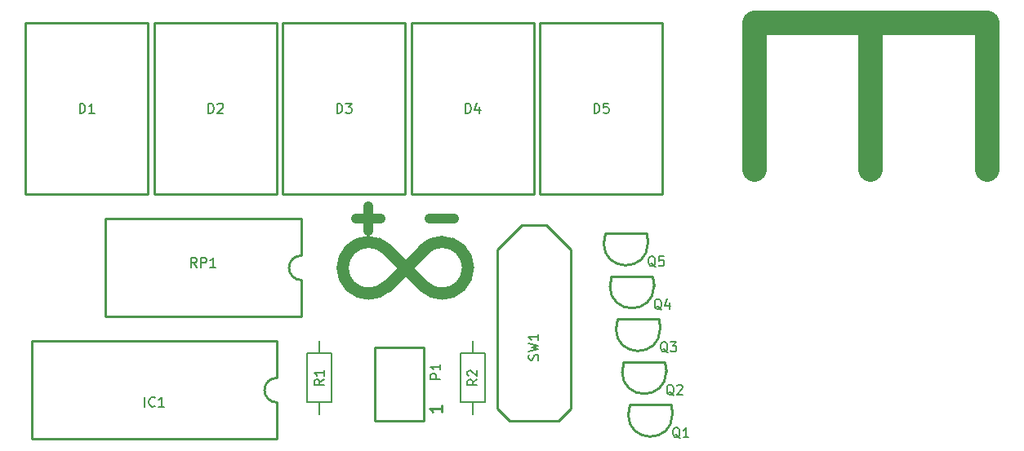
<source format=gbr>
G04 #@! TF.FileFunction,Legend,Top*
%FSLAX46Y46*%
G04 Gerber Fmt 4.6, Leading zero omitted, Abs format (unit mm)*
G04 Created by KiCad (PCBNEW 4.0.1-3.201512221402+6198~38~ubuntu15.04.1-stable) date Sat 16 Apr 2016 12:43:45 PM EDT*
%MOMM*%
G01*
G04 APERTURE LIST*
%ADD10C,0.100000*%
%ADD11C,1.016000*%
%ADD12C,1.270000*%
%ADD13C,2.540000*%
%ADD14C,0.254000*%
%ADD15C,0.150000*%
G04 APERTURE END LIST*
D10*
D11*
X163830000Y-78740000D02*
X166370000Y-78740000D01*
X157480000Y-77470000D02*
X157480000Y-80010000D01*
X156210000Y-78740000D02*
X158750000Y-78740000D01*
D12*
X163195000Y-81915000D02*
X159385000Y-85725000D01*
X159385000Y-81915000D02*
X163195000Y-85725000D01*
X167005000Y-85725000D02*
G75*
G03X167005000Y-81915000I-1905000J1905000D01*
G01*
X155575000Y-81915000D02*
G75*
G03X155575000Y-85725000I1905000J-1905000D01*
G01*
X155575000Y-85725000D02*
G75*
G03X159385000Y-85725000I1905000J1905000D01*
G01*
X159385000Y-81915000D02*
G75*
G03X155575000Y-81915000I-1905000J-1905000D01*
G01*
X163195000Y-85725000D02*
G75*
G03X167005000Y-85725000I1905000J1905000D01*
G01*
X167005000Y-81915000D02*
G75*
G03X163195000Y-81915000I-1905000J-1905000D01*
G01*
D13*
X197485000Y-58420000D02*
X197485000Y-73660000D01*
X209550000Y-58420000D02*
X209550000Y-73660000D01*
X221615000Y-58420000D02*
X221615000Y-73660000D01*
X197485000Y-58420000D02*
X221615000Y-58420000D01*
D14*
X186309000Y-80264000D02*
X186436000Y-81280000D01*
X181864000Y-81280000D02*
X181991000Y-80264000D01*
X186309000Y-80264000D02*
X181991000Y-80264000D01*
X181864000Y-81280000D02*
G75*
G03X186436000Y-81280000I2286000J0D01*
G01*
X121920000Y-58420000D02*
X134620000Y-58420000D01*
X134620000Y-58420000D02*
X134620000Y-76200000D01*
X134620000Y-76200000D02*
X121920000Y-76200000D01*
X121920000Y-76200000D02*
X121920000Y-58420000D01*
X135255000Y-58420000D02*
X147955000Y-58420000D01*
X147955000Y-58420000D02*
X147955000Y-76200000D01*
X147955000Y-76200000D02*
X135255000Y-76200000D01*
X135255000Y-76200000D02*
X135255000Y-58420000D01*
X148590000Y-58420000D02*
X161290000Y-58420000D01*
X161290000Y-58420000D02*
X161290000Y-76200000D01*
X161290000Y-76200000D02*
X148590000Y-76200000D01*
X148590000Y-76200000D02*
X148590000Y-58420000D01*
X161925000Y-58420000D02*
X174625000Y-58420000D01*
X174625000Y-58420000D02*
X174625000Y-76200000D01*
X174625000Y-76200000D02*
X161925000Y-76200000D01*
X161925000Y-76200000D02*
X161925000Y-58420000D01*
X175260000Y-58420000D02*
X187960000Y-58420000D01*
X187960000Y-58420000D02*
X187960000Y-76200000D01*
X187960000Y-76200000D02*
X175260000Y-76200000D01*
X175260000Y-76200000D02*
X175260000Y-58420000D01*
X147955000Y-97790000D02*
X147955000Y-101600000D01*
X147955000Y-101600000D02*
X122555000Y-101600000D01*
X122555000Y-101600000D02*
X122555000Y-91440000D01*
X122555000Y-91440000D02*
X147955000Y-91440000D01*
X147955000Y-91440000D02*
X147955000Y-95250000D01*
X146685000Y-96520000D02*
G75*
G03X147955000Y-97790000I1270000J0D01*
G01*
X147955000Y-95250000D02*
G75*
G03X146685000Y-96520000I0J-1270000D01*
G01*
X158115000Y-99695000D02*
X163195000Y-99695000D01*
X163195000Y-99695000D02*
X163195000Y-92075000D01*
X163195000Y-92075000D02*
X158115000Y-92075000D01*
X158115000Y-92075000D02*
X158115000Y-99695000D01*
X188849000Y-98044000D02*
X188976000Y-99060000D01*
X184404000Y-99060000D02*
X184531000Y-98044000D01*
X188849000Y-98044000D02*
X184531000Y-98044000D01*
X184404000Y-99060000D02*
G75*
G03X188976000Y-99060000I2286000J0D01*
G01*
X188214000Y-93599000D02*
X188341000Y-94615000D01*
X183769000Y-94615000D02*
X183896000Y-93599000D01*
X188214000Y-93599000D02*
X183896000Y-93599000D01*
X183769000Y-94615000D02*
G75*
G03X188341000Y-94615000I2286000J0D01*
G01*
X187579000Y-89154000D02*
X187706000Y-90170000D01*
X183134000Y-90170000D02*
X183261000Y-89154000D01*
X187579000Y-89154000D02*
X183261000Y-89154000D01*
X183134000Y-90170000D02*
G75*
G03X187706000Y-90170000I2286000J0D01*
G01*
X186944000Y-84709000D02*
X187071000Y-85725000D01*
X182499000Y-85725000D02*
X182626000Y-84709000D01*
X186944000Y-84709000D02*
X182626000Y-84709000D01*
X182499000Y-85725000D02*
G75*
G03X187071000Y-85725000I2286000J0D01*
G01*
X150495000Y-85090000D02*
X150495000Y-88900000D01*
X150495000Y-88900000D02*
X130175000Y-88900000D01*
X130175000Y-88900000D02*
X130175000Y-78740000D01*
X130175000Y-78740000D02*
X150495000Y-78740000D01*
X150495000Y-78740000D02*
X150495000Y-82550000D01*
X150495000Y-82550000D02*
G75*
G03X149225000Y-83820000I0J-1270000D01*
G01*
X149225000Y-83820000D02*
G75*
G03X150495000Y-85090000I1270000J0D01*
G01*
X178435000Y-98425000D02*
X177165000Y-99695000D01*
X177165000Y-99695000D02*
X172085000Y-99695000D01*
X172085000Y-99695000D02*
X170815000Y-98425000D01*
X178435000Y-81915000D02*
X178435000Y-98425000D01*
X178435000Y-81915000D02*
X175895000Y-79375000D01*
X175895000Y-79375000D02*
X173355000Y-79375000D01*
X173355000Y-79375000D02*
X170815000Y-81915000D01*
X170815000Y-81915000D02*
X170815000Y-98425000D01*
D15*
X151130000Y-97790000D02*
X151130000Y-92710000D01*
X151130000Y-92710000D02*
X153670000Y-92710000D01*
X153670000Y-92710000D02*
X153670000Y-97790000D01*
X153670000Y-97790000D02*
X151130000Y-97790000D01*
X152400000Y-97790000D02*
X152400000Y-99060000D01*
X152400000Y-92710000D02*
X152400000Y-91440000D01*
X167005000Y-97790000D02*
X167005000Y-92710000D01*
X167005000Y-92710000D02*
X169545000Y-92710000D01*
X169545000Y-92710000D02*
X169545000Y-97790000D01*
X169545000Y-97790000D02*
X167005000Y-97790000D01*
X168275000Y-97790000D02*
X168275000Y-99060000D01*
X168275000Y-92710000D02*
X168275000Y-91440000D01*
X187229762Y-83732619D02*
X187134524Y-83685000D01*
X187039286Y-83589762D01*
X186896429Y-83446905D01*
X186801190Y-83399286D01*
X186705952Y-83399286D01*
X186753571Y-83637381D02*
X186658333Y-83589762D01*
X186563095Y-83494524D01*
X186515476Y-83304048D01*
X186515476Y-82970714D01*
X186563095Y-82780238D01*
X186658333Y-82685000D01*
X186753571Y-82637381D01*
X186944048Y-82637381D01*
X187039286Y-82685000D01*
X187134524Y-82780238D01*
X187182143Y-82970714D01*
X187182143Y-83304048D01*
X187134524Y-83494524D01*
X187039286Y-83589762D01*
X186944048Y-83637381D01*
X186753571Y-83637381D01*
X188086905Y-82637381D02*
X187610714Y-82637381D01*
X187563095Y-83113571D01*
X187610714Y-83065952D01*
X187705952Y-83018333D01*
X187944048Y-83018333D01*
X188039286Y-83065952D01*
X188086905Y-83113571D01*
X188134524Y-83208810D01*
X188134524Y-83446905D01*
X188086905Y-83542143D01*
X188039286Y-83589762D01*
X187944048Y-83637381D01*
X187705952Y-83637381D01*
X187610714Y-83589762D01*
X187563095Y-83542143D01*
X127531905Y-67762381D02*
X127531905Y-66762381D01*
X127770000Y-66762381D01*
X127912858Y-66810000D01*
X128008096Y-66905238D01*
X128055715Y-67000476D01*
X128103334Y-67190952D01*
X128103334Y-67333810D01*
X128055715Y-67524286D01*
X128008096Y-67619524D01*
X127912858Y-67714762D01*
X127770000Y-67762381D01*
X127531905Y-67762381D01*
X129055715Y-67762381D02*
X128484286Y-67762381D01*
X128770000Y-67762381D02*
X128770000Y-66762381D01*
X128674762Y-66905238D01*
X128579524Y-67000476D01*
X128484286Y-67048095D01*
X140866905Y-67762381D02*
X140866905Y-66762381D01*
X141105000Y-66762381D01*
X141247858Y-66810000D01*
X141343096Y-66905238D01*
X141390715Y-67000476D01*
X141438334Y-67190952D01*
X141438334Y-67333810D01*
X141390715Y-67524286D01*
X141343096Y-67619524D01*
X141247858Y-67714762D01*
X141105000Y-67762381D01*
X140866905Y-67762381D01*
X141819286Y-66857619D02*
X141866905Y-66810000D01*
X141962143Y-66762381D01*
X142200239Y-66762381D01*
X142295477Y-66810000D01*
X142343096Y-66857619D01*
X142390715Y-66952857D01*
X142390715Y-67048095D01*
X142343096Y-67190952D01*
X141771667Y-67762381D01*
X142390715Y-67762381D01*
X154201905Y-67762381D02*
X154201905Y-66762381D01*
X154440000Y-66762381D01*
X154582858Y-66810000D01*
X154678096Y-66905238D01*
X154725715Y-67000476D01*
X154773334Y-67190952D01*
X154773334Y-67333810D01*
X154725715Y-67524286D01*
X154678096Y-67619524D01*
X154582858Y-67714762D01*
X154440000Y-67762381D01*
X154201905Y-67762381D01*
X155106667Y-66762381D02*
X155725715Y-66762381D01*
X155392381Y-67143333D01*
X155535239Y-67143333D01*
X155630477Y-67190952D01*
X155678096Y-67238571D01*
X155725715Y-67333810D01*
X155725715Y-67571905D01*
X155678096Y-67667143D01*
X155630477Y-67714762D01*
X155535239Y-67762381D01*
X155249524Y-67762381D01*
X155154286Y-67714762D01*
X155106667Y-67667143D01*
X167536905Y-67762381D02*
X167536905Y-66762381D01*
X167775000Y-66762381D01*
X167917858Y-66810000D01*
X168013096Y-66905238D01*
X168060715Y-67000476D01*
X168108334Y-67190952D01*
X168108334Y-67333810D01*
X168060715Y-67524286D01*
X168013096Y-67619524D01*
X167917858Y-67714762D01*
X167775000Y-67762381D01*
X167536905Y-67762381D01*
X168965477Y-67095714D02*
X168965477Y-67762381D01*
X168727381Y-66714762D02*
X168489286Y-67429048D01*
X169108334Y-67429048D01*
X180871905Y-67762381D02*
X180871905Y-66762381D01*
X181110000Y-66762381D01*
X181252858Y-66810000D01*
X181348096Y-66905238D01*
X181395715Y-67000476D01*
X181443334Y-67190952D01*
X181443334Y-67333810D01*
X181395715Y-67524286D01*
X181348096Y-67619524D01*
X181252858Y-67714762D01*
X181110000Y-67762381D01*
X180871905Y-67762381D01*
X182348096Y-66762381D02*
X181871905Y-66762381D01*
X181824286Y-67238571D01*
X181871905Y-67190952D01*
X181967143Y-67143333D01*
X182205239Y-67143333D01*
X182300477Y-67190952D01*
X182348096Y-67238571D01*
X182395715Y-67333810D01*
X182395715Y-67571905D01*
X182348096Y-67667143D01*
X182300477Y-67714762D01*
X182205239Y-67762381D01*
X181967143Y-67762381D01*
X181871905Y-67714762D01*
X181824286Y-67667143D01*
X134278810Y-98242381D02*
X134278810Y-97242381D01*
X135326429Y-98147143D02*
X135278810Y-98194762D01*
X135135953Y-98242381D01*
X135040715Y-98242381D01*
X134897857Y-98194762D01*
X134802619Y-98099524D01*
X134755000Y-98004286D01*
X134707381Y-97813810D01*
X134707381Y-97670952D01*
X134755000Y-97480476D01*
X134802619Y-97385238D01*
X134897857Y-97290000D01*
X135040715Y-97242381D01*
X135135953Y-97242381D01*
X135278810Y-97290000D01*
X135326429Y-97337619D01*
X136278810Y-98242381D02*
X135707381Y-98242381D01*
X135993095Y-98242381D02*
X135993095Y-97242381D01*
X135897857Y-97385238D01*
X135802619Y-97480476D01*
X135707381Y-97528095D01*
X164917381Y-95353095D02*
X163917381Y-95353095D01*
X163917381Y-94972142D01*
X163965000Y-94876904D01*
X164012619Y-94829285D01*
X164107857Y-94781666D01*
X164250714Y-94781666D01*
X164345952Y-94829285D01*
X164393571Y-94876904D01*
X164441190Y-94972142D01*
X164441190Y-95353095D01*
X164917381Y-93829285D02*
X164917381Y-94400714D01*
X164917381Y-94115000D02*
X163917381Y-94115000D01*
X164060238Y-94210238D01*
X164155476Y-94305476D01*
X164203095Y-94400714D01*
D14*
X165039524Y-98062143D02*
X165039524Y-98787857D01*
X165039524Y-98425000D02*
X163769524Y-98425000D01*
X163950952Y-98545952D01*
X164071905Y-98666905D01*
X164132381Y-98787857D01*
D15*
X189769762Y-101512619D02*
X189674524Y-101465000D01*
X189579286Y-101369762D01*
X189436429Y-101226905D01*
X189341190Y-101179286D01*
X189245952Y-101179286D01*
X189293571Y-101417381D02*
X189198333Y-101369762D01*
X189103095Y-101274524D01*
X189055476Y-101084048D01*
X189055476Y-100750714D01*
X189103095Y-100560238D01*
X189198333Y-100465000D01*
X189293571Y-100417381D01*
X189484048Y-100417381D01*
X189579286Y-100465000D01*
X189674524Y-100560238D01*
X189722143Y-100750714D01*
X189722143Y-101084048D01*
X189674524Y-101274524D01*
X189579286Y-101369762D01*
X189484048Y-101417381D01*
X189293571Y-101417381D01*
X190674524Y-101417381D02*
X190103095Y-101417381D01*
X190388809Y-101417381D02*
X190388809Y-100417381D01*
X190293571Y-100560238D01*
X190198333Y-100655476D01*
X190103095Y-100703095D01*
X189134762Y-97067619D02*
X189039524Y-97020000D01*
X188944286Y-96924762D01*
X188801429Y-96781905D01*
X188706190Y-96734286D01*
X188610952Y-96734286D01*
X188658571Y-96972381D02*
X188563333Y-96924762D01*
X188468095Y-96829524D01*
X188420476Y-96639048D01*
X188420476Y-96305714D01*
X188468095Y-96115238D01*
X188563333Y-96020000D01*
X188658571Y-95972381D01*
X188849048Y-95972381D01*
X188944286Y-96020000D01*
X189039524Y-96115238D01*
X189087143Y-96305714D01*
X189087143Y-96639048D01*
X189039524Y-96829524D01*
X188944286Y-96924762D01*
X188849048Y-96972381D01*
X188658571Y-96972381D01*
X189468095Y-96067619D02*
X189515714Y-96020000D01*
X189610952Y-95972381D01*
X189849048Y-95972381D01*
X189944286Y-96020000D01*
X189991905Y-96067619D01*
X190039524Y-96162857D01*
X190039524Y-96258095D01*
X189991905Y-96400952D01*
X189420476Y-96972381D01*
X190039524Y-96972381D01*
X188499762Y-92622619D02*
X188404524Y-92575000D01*
X188309286Y-92479762D01*
X188166429Y-92336905D01*
X188071190Y-92289286D01*
X187975952Y-92289286D01*
X188023571Y-92527381D02*
X187928333Y-92479762D01*
X187833095Y-92384524D01*
X187785476Y-92194048D01*
X187785476Y-91860714D01*
X187833095Y-91670238D01*
X187928333Y-91575000D01*
X188023571Y-91527381D01*
X188214048Y-91527381D01*
X188309286Y-91575000D01*
X188404524Y-91670238D01*
X188452143Y-91860714D01*
X188452143Y-92194048D01*
X188404524Y-92384524D01*
X188309286Y-92479762D01*
X188214048Y-92527381D01*
X188023571Y-92527381D01*
X188785476Y-91527381D02*
X189404524Y-91527381D01*
X189071190Y-91908333D01*
X189214048Y-91908333D01*
X189309286Y-91955952D01*
X189356905Y-92003571D01*
X189404524Y-92098810D01*
X189404524Y-92336905D01*
X189356905Y-92432143D01*
X189309286Y-92479762D01*
X189214048Y-92527381D01*
X188928333Y-92527381D01*
X188833095Y-92479762D01*
X188785476Y-92432143D01*
X187864762Y-88177619D02*
X187769524Y-88130000D01*
X187674286Y-88034762D01*
X187531429Y-87891905D01*
X187436190Y-87844286D01*
X187340952Y-87844286D01*
X187388571Y-88082381D02*
X187293333Y-88034762D01*
X187198095Y-87939524D01*
X187150476Y-87749048D01*
X187150476Y-87415714D01*
X187198095Y-87225238D01*
X187293333Y-87130000D01*
X187388571Y-87082381D01*
X187579048Y-87082381D01*
X187674286Y-87130000D01*
X187769524Y-87225238D01*
X187817143Y-87415714D01*
X187817143Y-87749048D01*
X187769524Y-87939524D01*
X187674286Y-88034762D01*
X187579048Y-88082381D01*
X187388571Y-88082381D01*
X188674286Y-87415714D02*
X188674286Y-88082381D01*
X188436190Y-87034762D02*
X188198095Y-87749048D01*
X188817143Y-87749048D01*
X139668334Y-83772381D02*
X139335000Y-83296190D01*
X139096905Y-83772381D02*
X139096905Y-82772381D01*
X139477858Y-82772381D01*
X139573096Y-82820000D01*
X139620715Y-82867619D01*
X139668334Y-82962857D01*
X139668334Y-83105714D01*
X139620715Y-83200952D01*
X139573096Y-83248571D01*
X139477858Y-83296190D01*
X139096905Y-83296190D01*
X140096905Y-83772381D02*
X140096905Y-82772381D01*
X140477858Y-82772381D01*
X140573096Y-82820000D01*
X140620715Y-82867619D01*
X140668334Y-82962857D01*
X140668334Y-83105714D01*
X140620715Y-83200952D01*
X140573096Y-83248571D01*
X140477858Y-83296190D01*
X140096905Y-83296190D01*
X141620715Y-83772381D02*
X141049286Y-83772381D01*
X141335000Y-83772381D02*
X141335000Y-82772381D01*
X141239762Y-82915238D01*
X141144524Y-83010476D01*
X141049286Y-83058095D01*
X175029762Y-93408333D02*
X175077381Y-93265476D01*
X175077381Y-93027380D01*
X175029762Y-92932142D01*
X174982143Y-92884523D01*
X174886905Y-92836904D01*
X174791667Y-92836904D01*
X174696429Y-92884523D01*
X174648810Y-92932142D01*
X174601190Y-93027380D01*
X174553571Y-93217857D01*
X174505952Y-93313095D01*
X174458333Y-93360714D01*
X174363095Y-93408333D01*
X174267857Y-93408333D01*
X174172619Y-93360714D01*
X174125000Y-93313095D01*
X174077381Y-93217857D01*
X174077381Y-92979761D01*
X174125000Y-92836904D01*
X174077381Y-92503571D02*
X175077381Y-92265476D01*
X174363095Y-92074999D01*
X175077381Y-91884523D01*
X174077381Y-91646428D01*
X175077381Y-90741666D02*
X175077381Y-91313095D01*
X175077381Y-91027381D02*
X174077381Y-91027381D01*
X174220238Y-91122619D01*
X174315476Y-91217857D01*
X174363095Y-91313095D01*
X152852381Y-95416666D02*
X152376190Y-95750000D01*
X152852381Y-95988095D02*
X151852381Y-95988095D01*
X151852381Y-95607142D01*
X151900000Y-95511904D01*
X151947619Y-95464285D01*
X152042857Y-95416666D01*
X152185714Y-95416666D01*
X152280952Y-95464285D01*
X152328571Y-95511904D01*
X152376190Y-95607142D01*
X152376190Y-95988095D01*
X152852381Y-94464285D02*
X152852381Y-95035714D01*
X152852381Y-94750000D02*
X151852381Y-94750000D01*
X151995238Y-94845238D01*
X152090476Y-94940476D01*
X152138095Y-95035714D01*
X168727381Y-95416666D02*
X168251190Y-95750000D01*
X168727381Y-95988095D02*
X167727381Y-95988095D01*
X167727381Y-95607142D01*
X167775000Y-95511904D01*
X167822619Y-95464285D01*
X167917857Y-95416666D01*
X168060714Y-95416666D01*
X168155952Y-95464285D01*
X168203571Y-95511904D01*
X168251190Y-95607142D01*
X168251190Y-95988095D01*
X167822619Y-95035714D02*
X167775000Y-94988095D01*
X167727381Y-94892857D01*
X167727381Y-94654761D01*
X167775000Y-94559523D01*
X167822619Y-94511904D01*
X167917857Y-94464285D01*
X168013095Y-94464285D01*
X168155952Y-94511904D01*
X168727381Y-95083333D01*
X168727381Y-94464285D01*
M02*

</source>
